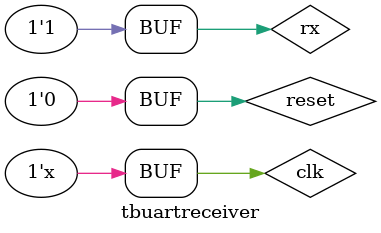
<source format=v>
module tbuartreceiver;
        
     reg clk;
     reg reset;
     reg rx;
     
     wire [7:0] data;
     wire receiving;
     wire baud_tickr;
     wire [15:0] counter;
     
     Uart_Receiver mod1(clk,reset,rx,data,receiving,baud_tickr,counter);
     
     always begin  
            #5 clk <= ~clk;
     end
     
     initial begin
            clk=0;reset=1;rx=1;
            #2 reset =0;
            
            // for A - 01000001
            // for B - 01000010
            #30000 rx=0; // start bit
            #8675 rx=1;
            #8675 rx=0;
            #8675 rx=0;
            #8675 rx=0;
            #8675 rx=0;
            #8675 rx=0;
            #8675 rx=1;
            #8675 rx=0;
            
            #8675 rx=1; // ideally
            
            
            #30000 rx=0; // start bit
            #8675 rx=0;
            #8675 rx=1;
            #8675 rx=0;
            #8675 rx=0;
            #8675 rx=0;
            #8675 rx=0;
            #8675 rx=1;
            #8675 rx=0;
            
            #8675 rx=1; // ideally
      end
     
endmodule
</source>
